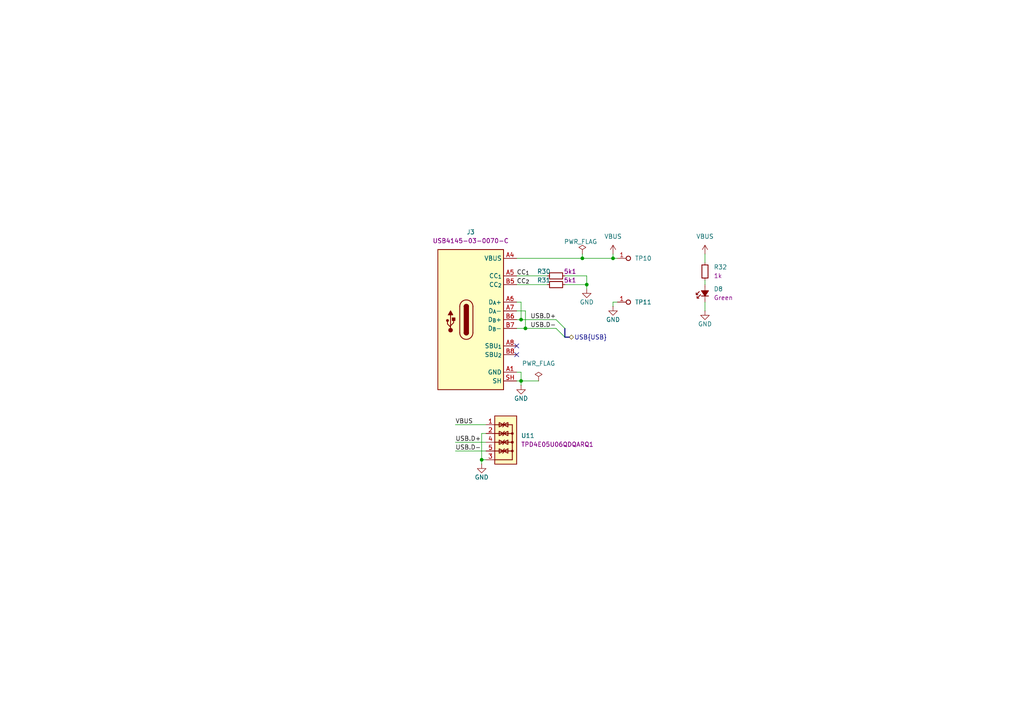
<source format=kicad_sch>
(kicad_sch (version 20231120) (generator "eeschema") (generator_version "8.0")
  (paper "A4")
  (title_block (title "LED Panel Board") (date "28.01.2025") (rev "1.0.0"))
  (lib_symbols
    (symbol "antmicroLEDIndicationDiscrete:LED_G_0603_KP-1608CGCK" (pin_numbers hide) (pin_names hide)
      (property "Reference" "D" (at 22.86 -2.54 0))
      (property "Color" "Green" (at 22.86 -5.08 0))
      (symbol "LED_G_0603_KP-1608CGCK_0_1"
        (polyline (pts (xy 1.905 0) (xy 0.635 0)))
        (polyline (pts (xy 4.445 0) (xy 3.175 0)))
      )
      (symbol "LED_G_0603_KP-1608CGCK_1_1"
        (polyline (pts (xy 1.778 1.016) (xy 1.778 -1.016)) (stroke (width 0.254)))
        (polyline (pts (xy 3.302 1.016) (xy 3.302 -1.016) (xy 1.778 0) (xy 3.302 1.016)) (stroke (width 0.254)) (fill (type outline)))
        (polyline (pts (xy 1.143 2.286) (xy 1.143 1.778) (xy 1.143 2.286) (xy 1.651 2.286) (xy 1.143 2.286) (xy 2.159 1.27)) (stroke (width 0.254)))
        (polyline (pts (xy 2.159 2.54) (xy 2.159 2.032) (xy 2.159 2.54) (xy 2.667 2.54) (xy 2.159 2.54) (xy 3.048 1.651)) (stroke (width 0.254)))
        (pin passive line (at 0 0 0) (length 0.635) (name "C") (number "1"))
        (pin passive line (at 5.08 0 180) (length 0.635) (name "A") (number "2"))
      )
    )
    (symbol "antmicroResistors0402:R_1k_0402" (pin_numbers hide) (pin_names hide)
      (property "Reference" "R" (at 20.32 -5.08 0))
      (property "Val" "1k" (at 20.32 -7.62 0))
      (symbol "R_1k_0402_0_1"
        (rectangle (start 0.635 0.889) (end 4.445 -0.889) (stroke (width 0.254)))
      )
      (symbol "R_1k_0402_1_1"
        (pin passive line (at 0 0 0) (length 0.635) (name "~") (number "1"))
        (pin passive line (at 5.08 0 180) (length 0.635) (name "~") (number "2"))
      )
    )
    (symbol "antmicroResistors0402:R_5k1_0402" (pin_numbers hide) (pin_names hide)
      (property "Reference" "R" (at 20.32 -5.08 0))
      (property "Val" "5k1" (at 20.32 -7.62 0))
      (symbol "R_5k1_0402_0_1"
        (rectangle (start 0.635 0.889) (end 4.445 -0.889) (stroke (width 0.254)))
      )
      (symbol "R_5k1_0402_1_1"
        (pin passive line (at 0 0 0) (length 0.635) (name "~") (number "1"))
        (pin passive line (at 5.08 0 180) (length 0.635) (name "~") (number "2"))
      )
    )
    (symbol "antmicroTVSDiodes:TPD4E05U06QDQARQ1"
      (property "Reference" "U" (at 24.13 0 0))
      (property "MPN" "TPD4E05U06QDQARQ1" (at 24.13 -2.54 0))
      (symbol "TPD4E05U06QDQARQ1_1_1"
        (polyline (pts (xy 2.54 -7.62) (xy 7.62 -7.62)) (stroke (width 0.254)) (fill (type background)))
        (polyline (pts (xy 2.54 -5.08) (xy 7.62 -5.08)) (stroke (width 0.254)) (fill (type background)))
        (polyline (pts (xy 2.54 -2.54) (xy 7.62 -2.54)) (stroke (width 0.254)) (fill (type background)))
        (polyline (pts (xy 2.54 0) (xy 7.62 0)) (stroke (width 0.254)) (fill (type background)))
        (polyline (pts (xy 7.62 -10.16) (xy 2.54 -10.16)) (stroke (width 0.254)) (fill (type background)))
        (polyline (pts (xy 7.62 0) (xy 7.62 -10.16)) (stroke (width 0.254)) (fill (type background)))
        (polyline (pts (xy 4.826 -8.255) (xy 5.08 -8.001) (xy 5.08 -7.239) (xy 5.334 -6.985)) (stroke (width 0.254)) (fill (type background)))
        (polyline (pts (xy 4.826 -5.715) (xy 5.08 -5.461) (xy 5.08 -4.699) (xy 5.334 -4.445)) (stroke (width 0.254)) (fill (type background)))
        (polyline (pts (xy 4.826 -3.175) (xy 5.08 -2.921) (xy 5.08 -2.159) (xy 5.334 -1.905)) (stroke (width 0.254)) (fill (type background)))
        (polyline (pts (xy 4.826 -0.635) (xy 5.08 -0.381) (xy 5.08 0.381) (xy 5.334 0.635)) (stroke (width 0.254)) (fill (type background)))
        (polyline (pts (xy 5.08 -7.62) (xy 3.81 -8.255) (xy 3.81 -6.985) (xy 5.08 -7.62)) (stroke (width 0.254)) (fill (type background)))
        (polyline (pts (xy 5.08 -5.08) (xy 3.81 -5.715) (xy 3.81 -4.445) (xy 5.08 -5.08)) (stroke (width 0.254)) (fill (type background)))
        (polyline (pts (xy 5.08 -5.08) (xy 6.35 -4.445) (xy 6.35 -5.715) (xy 5.08 -5.08)) (stroke (width 0.254)) (fill (type background)))
        (polyline (pts (xy 5.08 -2.54) (xy 3.81 -3.175) (xy 3.81 -1.905) (xy 5.08 -2.54)) (stroke (width 0.254)) (fill (type background)))
        (polyline (pts (xy 5.08 -2.54) (xy 6.35 -3.175) (xy 6.35 -1.905) (xy 5.08 -2.54)) (stroke (width 0.254)) (fill (type background)))
        (polyline (pts (xy 5.08 0) (xy 3.81 -0.635) (xy 3.81 0.635) (xy 5.08 0)) (stroke (width 0.254)) (fill (type background)))
        (polyline (pts (xy 5.08 0) (xy 6.35 -0.635) (xy 6.35 0.635) (xy 5.08 0)) (stroke (width 0.254)) (fill (type background)))
        (polyline (pts (xy 6.35 -6.985) (xy 6.35 -8.255) (xy 5.08 -7.62) (xy 6.35 -6.985)) (stroke (width 0.254)) (fill (type background)))
        (rectangle (start 2.54 2.54) (end 8.89 -11.43) (stroke (width 0.254)) (fill (type background)))
        (circle (center 7.62 -7.62) (radius 0.254) (stroke (width 0.254)) (fill (type background)))
        (circle (center 7.62 -5.08) (radius 0.254) (stroke (width 0.254)) (fill (type background)))
        (circle (center 7.62 -5.08) (radius 0.254) (stroke (width 0.254)) (fill (type background)))
        (circle (center 7.62 -2.54) (radius 0.254) (stroke (width 0.254)) (fill (type background)))
        (pin passive line (at 0 0 0) (length 2.54) (name "~") (number "1"))
        (pin passive line (at 0 0 0) (length 2.54) hide (name "~") (number "10"))
        (pin passive line (at 0 -2.54 0) (length 2.54) (name "~") (number "2"))
        (pin power_in line (at 0 -10.16 0) (length 2.54) (name "~") (number "3"))
        (pin passive line (at 0 -5.08 0) (length 2.54) (name "~") (number "4"))
        (pin passive line (at 0 -7.62 0) (length 2.54) (name "~") (number "5"))
        (pin passive line (at 0 -7.62 0) (length 2.54) hide (name "~") (number "6"))
        (pin passive line (at 0 -5.08 0) (length 2.54) hide (name "~") (number "7"))
        (pin passive line (at 0 -10.16 0) (length 2.54) hide (name "~") (number "8"))
        (pin passive line (at 0 -2.54 0) (length 2.54) hide (name "~") (number "9"))
      )
    )
    (symbol "antmicroTestPoints:TP_0.75mm_SMD" (pin_names hide) (in_bom no)
      (property "Reference" "TP" (at 10.16 -1.27 0))
      (symbol "TP_0.75mm_SMD_1_1"
        (circle (center 3.175 0) (radius 0.635) (stroke (width 0.254)))
        (pin passive line (at 0 0 0) (length 2.54) (name "1") (number "1"))
      )
    )
    (symbol "antmicroUSBConnectors:USB-C_GCT_USB4145-03-0070-C"
      (property "Reference" "J" (at 21.59 -2.54 0))
      (property "MPN" "USB4145-03-0070-C" (at 21.59 -5.08 0))
      (symbol "USB-C_GCT_USB4145-03-0070-C_1_1"
        (rectangle (start -22.86 2.54) (end -3.81 -38.1) (stroke (width 0.254)) (fill (type background)))
        (circle (center -20.066 -18.034) (radius 0.284) (stroke (width 0.254)) (fill (type outline)))
        (circle (center -19.177 -20.828) (radius 0.5236) (stroke (width 0.254)) (fill (type outline)))
        (rectangle (start -18.669 -18.034) (end -17.907 -17.272) (stroke (width 0.254)) (fill (type outline)))
        (arc (start -16.51 -21.59) (mid -14.605 -23.4867) (end -12.7 -21.59) (stroke (width 0.254)) (fill (type background)))
        (arc (start -15.24 -21.59) (mid -14.605 -22.2223) (end -13.97 -21.59) (stroke (width 0.254)) (fill (type outline)))
        (arc (start -15.24 -21.59) (mid -14.605 -22.2223) (end -13.97 -21.59) (stroke (width 0.254)) (fill (type background)))
        (rectangle (start -15.24 -21.59) (end -13.97 -13.97) (stroke (width 0.254)) (fill (type outline)))
        (arc (start -13.97 -13.97) (mid -14.605 -13.3377) (end -15.24 -13.97) (stroke (width 0.254)) (fill (type outline)))
        (arc (start -13.97 -13.97) (mid -14.605 -13.3377) (end -15.24 -13.97) (stroke (width 0.254)) (fill (type background)))
        (arc (start -12.7 -13.97) (mid -14.605 -12.0733) (end -16.51 -13.97) (stroke (width 0.254)) (fill (type background)))
        (polyline (pts (xy -19.177 -20.701) (xy -19.177 -16.383)) (stroke (width 0.254)) (fill (type background)))
        (polyline (pts (xy -16.51 -21.59) (xy -16.51 -13.97)) (stroke (width 0.254)) (fill (type background)))
        (polyline (pts (xy -12.7 -13.97) (xy -12.7 -21.59)) (stroke (width 0.254)) (fill (type background)))
        (polyline (pts (xy -19.177 -19.939) (xy -20.066 -19.05) (xy -20.066 -18.415)) (stroke (width 0.254)) (fill (type background)))
        (polyline (pts (xy -19.177 -19.558) (xy -18.288 -18.669) (xy -18.288 -18.034)) (stroke (width 0.254)) (fill (type background)))
        (polyline (pts (xy -19.812 -16.383) (xy -19.177 -15.24) (xy -18.542 -16.383) (xy -19.812 -16.383)) (stroke (width 0.254)) (fill (type outline)))
        (pin power_in line (at 0 -33.02 180) (length 3.81) (name "GND") (number "A1"))
        (pin passive line (at 0 -33.02 180) (length 3.81) hide (name "GND") (number "A12"))
        (pin passive line (at 0 0 180) (length 3.81) (name "VBUS") (number "A4"))
        (pin bidirectional line (at 0 -5.08 180) (length 3.81) (name "CC_{1}") (number "A5"))
        (pin bidirectional line (at 0 -12.7 180) (length 3.81) (name "D_{A}+") (number "A6"))
        (pin bidirectional line (at 0 -15.24 180) (length 3.81) (name "D_{A}-") (number "A7"))
        (pin bidirectional line (at 0 -25.4 180) (length 3.81) (name "SBU_{1}") (number "A8"))
        (pin passive line (at 0 0 180) (length 3.81) hide (name "VBUS") (number "A9"))
        (pin passive line (at 0 -33.02 180) (length 3.81) hide (name "GND") (number "B1"))
        (pin passive line (at 0 -33.02 180) (length 3.81) hide (name "GND") (number "B12"))
        (pin passive line (at 0 0 180) (length 3.81) hide (name "VBUS") (number "B4"))
        (pin bidirectional line (at 0 -7.62 180) (length 3.81) (name "CC_{2}") (number "B5"))
        (pin bidirectional line (at 0 -17.78 180) (length 3.81) (name "D_{B}+") (number "B6"))
        (pin bidirectional line (at 0 -20.32 180) (length 3.81) (name "D_{B}-") (number "B7"))
        (pin bidirectional line (at 0 -27.94 180) (length 3.81) (name "SBU_{2}") (number "B8"))
        (pin passive line (at 0 0 180) (length 3.81) hide (name "VBUS") (number "B9"))
        (pin passive line (at 0 -35.56 180) (length 3.81) (name "SH") (number "SH"))
      )
    )
    (symbol "antmicropower:GND" (power) (pin_numbers hide) (pin_names hide)
      (property "Value" "GND" (at 8.89 -5.08 0))
      (symbol "GND_1_1"
        (polyline (pts (xy 0 0) (xy 0 -1.27) (xy 1.27 -1.27) (xy 0 -2.54) (xy -1.27 -1.27) (xy 0 -1.27)))
        (pin power_in line (at 0 0 270) (length 0) (name "GND") (number "1"))
      )
    )
    (symbol "antmicropower:PWR_FLAG" (power) (pin_numbers hide) (pin_names (offset 0) hide)
      (property "Value" "PWR_FLAG" (at 0 3.81 0))
      (symbol "PWR_FLAG_0_0"
        (pin power_out line (at 0 0 90) (length 0) (name "pwr") (number "1"))
      )
      (symbol "PWR_FLAG_0_1"
        (polyline (pts (xy 0 0) (xy 0 1.27) (xy -1.016 1.905) (xy 0 2.54) (xy 1.016 1.905) (xy 0 1.27)))
      )
    )
    (symbol "antmicropower:VBUS" (power) (pin_names (offset 0))
      (property "Value" "VBUS" (at 0 3.81 0))
      (symbol "VBUS_0_1"
        (polyline (pts (xy -0.762 1.27) (xy 0 2.54)))
        (polyline (pts (xy 0 0) (xy 0 2.54)))
        (polyline (pts (xy 0 2.54) (xy 0.762 1.27)))
      )
      (symbol "VBUS_1_1"
        (pin power_in line (at 0 0 90) (length 0) hide (name "VBUS") (number "1"))
      )
    )
  )
  (junction (at 151.13 110.49))
  (junction (at 177.8 74.93))
  (junction (at 152.4 95.25))
  (junction (at 139.7 133.35))
  (junction (at 151.13 92.71))
  (junction (at 170.18 82.55))
  (junction (at 168.91 74.93))
  (no_connect (at 149.86 102.87))
  (no_connect (at 149.86 100.33))
  (bus_entry (at 163.83 95.25) (size -2.54 -2.54))
  (bus_entry (at 163.83 97.79) (size -2.54 -2.54))
  (wire (pts (xy 140.97 133.35) (xy 139.7 133.35)))
  (wire (pts (xy 139.7 133.35) (xy 139.7 134.62)))
  (wire (pts (xy 204.47 73.66) (xy 204.47 76.2)))
  (wire (pts (xy 151.13 87.63) (xy 149.86 87.63)))
  (wire (pts (xy 132.08 130.81) (xy 140.97 130.81)))
  (wire (pts (xy 163.83 80.01) (xy 170.18 80.01)))
  (wire (pts (xy 149.86 80.01) (xy 158.75 80.01)))
  (wire (pts (xy 132.08 128.27) (xy 140.97 128.27)))
  (wire (pts (xy 168.91 73.66) (xy 168.91 74.93)))
  (wire (pts (xy 177.8 73.66) (xy 177.8 74.93)))
  (wire (pts (xy 168.91 74.93) (xy 177.8 74.93)))
  (wire (pts (xy 177.8 87.63) (xy 179.07 87.63)))
  (wire (pts (xy 151.13 92.71) (xy 151.13 87.63)))
  (wire (pts (xy 149.86 107.95) (xy 151.13 107.95)))
  (wire (pts (xy 149.86 90.17) (xy 152.4 90.17)))
  (wire (pts (xy 149.86 74.93) (xy 168.91 74.93)))
  (wire (pts (xy 151.13 107.95) (xy 151.13 110.49)))
  (wire (pts (xy 152.4 95.25) (xy 161.29 95.25)))
  (wire (pts (xy 149.86 82.55) (xy 158.75 82.55)))
  (wire (pts (xy 177.8 87.63) (xy 177.8 88.9)))
  (bus (pts (xy 165.1 97.79) (xy 163.83 97.79)))
  (wire (pts (xy 177.8 74.93) (xy 179.07 74.93)))
  (wire (pts (xy 204.47 87.63) (xy 204.47 90.17)))
  (wire (pts (xy 151.13 110.49) (xy 151.13 111.76)))
  (wire (pts (xy 140.97 125.73) (xy 139.7 125.73)))
  (wire (pts (xy 149.86 95.25) (xy 152.4 95.25)))
  (wire (pts (xy 132.08 123.19) (xy 140.97 123.19)))
  (wire (pts (xy 170.18 82.55) (xy 170.18 83.82)))
  (wire (pts (xy 204.47 81.28) (xy 204.47 82.55)))
  (wire (pts (xy 151.13 92.71) (xy 161.29 92.71)))
  (wire (pts (xy 152.4 90.17) (xy 152.4 95.25)))
  (wire (pts (xy 139.7 125.73) (xy 139.7 133.35)))
  (wire (pts (xy 149.86 92.71) (xy 151.13 92.71)))
  (wire (pts (xy 170.18 80.01) (xy 170.18 82.55)))
  (bus (pts (xy 163.83 97.79) (xy 163.83 95.25)))
  (wire (pts (xy 149.86 110.49) (xy 151.13 110.49)))
  (wire (pts (xy 151.13 110.49) (xy 156.21 110.49)))
  (wire (pts (xy 163.83 82.55) (xy 170.18 82.55)))
  (label "USB.D+" (at 132.08 128.27 0))
  (label "USB.D-" (at 132.08 130.81 0))
  (label "CC_{1}" (at 149.86 80.01 0))
  (label "USB.D-" (at 161.29 95.25 180))
  (label "CC_{2}" (at 149.86 82.55 0))
  (label "VBUS" (at 132.08 123.19 0))
  (label "USB.D+" (at 161.29 92.71 180))
  (hierarchical_label "USB{USB}" (shape bidirectional) (at 165.1 97.79 0))
  (symbol (lib_id "antmicroTestPoints:TP_0.75mm_SMD") (at 179.07 74.93 0) (unit 1) (in_bom no)
    (property "Reference" "TP10" (at 184.15 74.93 0) (effects (justify left)))
    (property "Value" "TP_0.75mm_SMD" (effects (hide yes)))
    (property "Footprint" "antmicro-footprints:TP_SMD_0.75mm" (effects (hide yes)))
    (property "Description" "SMT test point" (effects (hide yes)))
    (property "Author" "Antmicro" (effects (hide yes)))
    (property "License" "Apache-2.0" (effects (hide yes)))
  )
  (symbol (lib_id "antmicropower:PWR_FLAG") (at 168.91 73.66 0) (unit 1)
    (property "Reference" "#FLG02" (effects (hide yes)))
    (property "Value" "PWR_FLAG" (at 168.402 70.104 0))
  )
  (symbol (lib_id "antmicroResistors0402:R_1k_0402") (at 204.47 76.2 270) (unit 1)
    (property "Reference" "R32" (at 207.01 77.47 90) (effects (justify left)))
    (property "Value" "R_1k_0402" (effects (hide yes)))
    (property "Footprint" "antmicro-footprints:R_0402_1005Metric" (effects (hide yes)))
    (property "Datasheet" "https://www.bourns.com/docs/product-datasheets/cr.pdf" (effects (hide yes)))
    (property "Description" "SMD Chip Resistor, 1 kohm, ± 1%, 63 mW, 0402 [1005 Metric], Thick Film, General Purpose" (effects (hide yes)))
    (property "MPN" "CR0402-FX-1001GLF" (effects (hide yes)))
    (property "Manufacturer" "Bourns" (effects (hide yes)))
    (property "License" "Apache-2.0" (effects (hide yes)))
    (property "Author" "Antmicro" (effects (hide yes)))
    (property "Val" "1k" (at 207.01 80.01 90) (effects (justify left)))
    (property "Tolerance" "1%" (effects (hide yes)))
  )
  (symbol (lib_id "antmicropower:GND") (at 151.13 111.76 0) (unit 1)
    (property "Reference" "#PWR0108" (effects (hide yes)))
    (property "Value" "GND" (at 151.13 115.57 0))
    (property "Author" "Antmicro" (effects (hide yes)))
    (property "License" "Apache-2.0" (effects (hide yes)))
  )
  (symbol (lib_id "antmicropower:GND") (at 204.47 90.17 0) (unit 1)
    (property "Reference" "#PWR0113" (effects (hide yes)))
    (property "Value" "GND" (at 204.47 93.98 0))
    (property "Author" "Antmicro" (effects (hide yes)))
    (property "License" "Apache-2.0" (effects (hide yes)))
  )
  (symbol (lib_id "antmicropower:GND") (at 139.7 134.62 0) (unit 1)
    (property "Reference" "#PWR0107" (effects (hide yes)))
    (property "Value" "GND" (at 139.7 138.43 0))
    (property "Author" "Antmicro" (effects (hide yes)))
    (property "License" "Apache-2.0" (effects (hide yes)))
  )
  (symbol (lib_id "antmicropower:GND") (at 170.18 83.82 0) (unit 1)
    (property "Reference" "#PWR0109" (effects (hide yes)))
    (property "Value" "GND" (at 170.18 87.63 0))
    (property "Author" "Antmicro" (effects (hide yes)))
    (property "License" "Apache-2.0" (effects (hide yes)))
  )
  (symbol (lib_id "antmicroResistors0402:R_5k1_0402") (at 158.75 80.01 0) (unit 1)
    (property "Reference" "R30" (at 157.734 78.74 0))
    (property "Value" "R_5k1_0402" (effects (hide yes)))
    (property "Footprint" "antmicro-footprints:R_0402_1005Metric" (effects (hide yes)))
    (property "Datasheet" "https://www.bourns.com/docs/product-datasheets/cr.pdf" (effects (hide yes)))
    (property "Description" "SMD Chip Resistor, 5.1 kohm, ± 1%, 63 mW, 0402 [1005 Metric], Thick Film, General Purpose" (effects (hide yes)))
    (property "MPN" "CR0402-FX-5101GLF" (effects (hide yes)))
    (property "Manufacturer" "Bourns" (effects (hide yes)))
    (property "License" "Apache-2.0" (effects (hide yes)))
    (property "Author" "Antmicro" (effects (hide yes)))
    (property "Val" "5k1" (at 165.354 78.74 0))
    (property "Tolerance" "1%" (effects (hide yes)))
  )
  (symbol (lib_id "antmicropower:VBUS") (at 177.8 73.66 0) (unit 1)
    (property "Reference" "#PWR0110" (effects (hide yes)))
    (property "Value" "VBUS" (at 177.8 68.58 0))
  )
  (symbol (lib_id "antmicroResistors0402:R_5k1_0402") (at 158.75 82.55 0) (unit 1)
    (property "Reference" "R31" (at 157.734 81.28 0))
    (property "Value" "R_5k1_0402" (effects (hide yes)))
    (property "Footprint" "antmicro-footprints:R_0402_1005Metric" (effects (hide yes)))
    (property "Datasheet" "https://www.bourns.com/docs/product-datasheets/cr.pdf" (effects (hide yes)))
    (property "Description" "SMD Chip Resistor, 5.1 kohm, ± 1%, 63 mW, 0402 [1005 Metric], Thick Film, General Purpose" (effects (hide yes)))
    (property "MPN" "CR0402-FX-5101GLF" (effects (hide yes)))
    (property "Manufacturer" "Bourns" (effects (hide yes)))
    (property "License" "Apache-2.0" (effects (hide yes)))
    (property "Author" "Antmicro" (effects (hide yes)))
    (property "Val" "5k1" (at 165.354 81.28 0))
    (property "Tolerance" "1%" (effects (hide yes)))
  )
  (symbol (lib_id "antmicroLEDIndicationDiscrete:LED_G_0603_KP-1608CGCK") (at 204.47 87.63 90) (unit 1)
    (property "Reference" "D8" (at 207.01 83.82 90) (effects (justify right)))
    (property "Value" "LED_G_0603_KP-1608CGCK" (effects (hide yes)))
    (property "Footprint" "antmicro-footprints:LED_0603_1608Metric_G" (effects (hide yes)))
    (property "Datasheet" "http://www.kingbright.com/attachments/file/psearch//000/00/00/KP-1608CGCK(Ver.23B).pdf" (effects (hide yes)))
    (property "Description" "LED, Green, SMD, 0603, 20 mA, 2.1 V, 570 nm" (effects (hide yes)))
    (property "MPN" "KP-1608CGCK" (effects (hide yes)))
    (property "Manufacturer" "Kingbright" (effects (hide yes)))
    (property "Color" "Green" (at 207.01 86.3599 90) (effects (justify right)))
    (property "Author" "Antmicro" (effects (hide yes)))
    (property "License" "Apache-2.0" (effects (hide yes)))
  )
  (symbol (lib_id "antmicroUSBConnectors:USB-C_GCT_USB4145-03-0070-C") (at 149.86 74.93 0) (unit 1)
    (property "Reference" "J3" (at 136.525 67.31 0))
    (property "Value" "USB-C_GCT_USB4145-03-0070-C" (effects (hide yes)))
    (property "Footprint" "antmicro-footprints:USB-C_Receptacle_GCT_USB4145-03-0070-C" (effects (hide yes)))
    (property "Datasheet" "https://gct.co/files/drawings/usb4145.pdf" (effects (hide yes)))
    (property "Description" "USB-C (USB TYPE-C) USB 2.0 Receptacle Connector 24 (16+8 Dummy) Postion  Surface Mount, Vertical" (effects (hide yes)))
    (property "MPN" "USB4145-03-0070-C" (at 136.525 69.85 0))
    (property "Manufacturer" "GCT" (effects (hide yes)))
    (property "License" "Apache-2.0" (effects (hide yes)))
    (property "Author" "Antmicro" (effects (hide yes)))
  )
  (symbol (lib_id "antmicropower:VBUS") (at 204.47 73.66 0) (unit 1)
    (property "Reference" "#PWR0112" (effects (hide yes)))
    (property "Value" "VBUS" (at 204.47 68.58 0))
  )
  (symbol (lib_id "antmicropower:PWR_FLAG") (at 156.21 110.49 0) (unit 1)
    (property "Reference" "#FLG01" (effects (hide yes)))
    (property "Value" "PWR_FLAG" (at 156.21 105.41 0))
  )
  (symbol (lib_id "antmicropower:GND") (at 177.8 88.9 0) (unit 1)
    (property "Reference" "#PWR0111" (effects (hide yes)))
    (property "Value" "GND" (at 177.8 92.71 0))
    (property "Author" "Antmicro" (effects (hide yes)))
    (property "License" "Apache-2.0" (effects (hide yes)))
  )
  (symbol (lib_id "antmicroTestPoints:TP_0.75mm_SMD") (at 179.07 87.63 0) (unit 1) (in_bom no)
    (property "Reference" "TP11" (at 184.15 87.63 0) (effects (justify left)))
    (property "Value" "TP_0.75mm_SMD" (effects (hide yes)))
    (property "Footprint" "antmicro-footprints:TP_SMD_0.75mm" (effects (hide yes)))
    (property "Description" "SMT test point" (effects (hide yes)))
    (property "Author" "Antmicro" (effects (hide yes)))
    (property "License" "Apache-2.0" (effects (hide yes)))
  )
  (symbol (lib_id "antmicroTVSDiodes:TPD4E05U06QDQARQ1") (at 140.97 123.19 0) (unit 1)
    (property "Reference" "U11" (at 151.13 126.365 0) (effects (justify left)))
    (property "Value" "TPD4E05U06QDQARQ1" (effects (hide yes)))
    (property "Footprint" "antmicro-footprints:USON-10_2.5x1mm_P0.5mm" (effects (hide yes)))
    (property "Datasheet" "https://www.ti.com/lit/ds/symlink/tpd4e05u06-q1.pdf?HQS=dis-mous-null-mousermode-dsf-pf-null-wwe&ts=1663591265741&ref_url=https%253A%252F%252Fwww.mouser.com%252F" (effects (hide yes)))
    (property "Description" "TVS diode array, 12 kV, USON-10, 5.5 V, 0.5 pF" (effects (hide yes)))
    (property "MPN" "TPD4E05U06QDQARQ1" (at 151.13 128.905 0) (effects (justify left)))
    (property "Manufacturer" "Texas Instruments" (effects (hide yes)))
    (property "Author" "Antmicro" (effects (hide yes)))
    (property "License" "Apache-2.0" (effects (hide yes)))
  )
)
</source>
